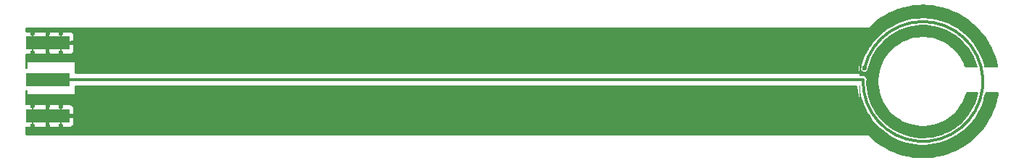
<source format=gbr>
%TF.GenerationSoftware,KiCad,Pcbnew,9.0.0*%
%TF.CreationDate,2025-05-06T23:20:36+02:00*%
%TF.ProjectId,H-Field 18mm,482d4669-656c-4642-9031-386d6d2e6b69,1.0*%
%TF.SameCoordinates,Original*%
%TF.FileFunction,Copper,L1,Top*%
%TF.FilePolarity,Positive*%
%FSLAX46Y46*%
G04 Gerber Fmt 4.6, Leading zero omitted, Abs format (unit mm)*
G04 Created by KiCad (PCBNEW 9.0.0) date 2025-05-06 23:20:36*
%MOMM*%
%LPD*%
G01*
G04 APERTURE LIST*
%TA.AperFunction,Conductor*%
%ADD10C,0.355542*%
%TD*%
%TA.AperFunction,SMDPad,CuDef*%
%ADD11R,5.080000X1.500000*%
%TD*%
%TA.AperFunction,ViaPad*%
%ADD12C,0.600000*%
%TD*%
%TA.AperFunction,Conductor*%
%ADD13C,0.200000*%
%TD*%
G04 APERTURE END LIST*
D10*
%TO.N,/H_SIGNAL*%
X148247422Y-115360598D02*
G75*
G02*
X148082930Y-116650000I6831478J-1526702D01*
G01*
%TD*%
D11*
%TO.P,J2,2,Ext*%
%TO.N,GND*%
X52800000Y-112400000D03*
X52800000Y-120900000D03*
%TO.P,J2,1,In*%
%TO.N,/H_SIGNAL*%
X52800000Y-116650000D03*
%TD*%
D12*
%TO.N,GND*%
X148247422Y-115360599D03*
X52800000Y-111250000D03*
X55800000Y-112400000D03*
X52800000Y-122100000D03*
X55800000Y-120900000D03*
X54350000Y-122075000D03*
X51050000Y-122075000D03*
X52800000Y-113600000D03*
X51050000Y-113575000D03*
X54350000Y-119775000D03*
X54350000Y-111275000D03*
X54350000Y-113575000D03*
X52800000Y-119750000D03*
X51050000Y-111225000D03*
X51050000Y-119725000D03*
X108000000Y-118000000D03*
X149870173Y-122701820D03*
X159244453Y-112350197D03*
X153918912Y-109167588D03*
X160241916Y-113528669D03*
X104000000Y-115400000D03*
X78000000Y-115400000D03*
X152376416Y-124210967D03*
X114000000Y-115400000D03*
X150812307Y-112445080D03*
X132000000Y-118000000D03*
X155009596Y-110728377D03*
X125000000Y-118000000D03*
X69000000Y-118000000D03*
X99000000Y-118000000D03*
X160681168Y-119446934D03*
X98000000Y-115400000D03*
X150913347Y-121424403D03*
X57000000Y-115400000D03*
X104000000Y-118000000D03*
X60000000Y-115400000D03*
X88000000Y-118000000D03*
X95000000Y-115400000D03*
X100000000Y-115400000D03*
X140000000Y-115400000D03*
X105000000Y-115400000D03*
X160622152Y-114202250D03*
X135000000Y-115400000D03*
X148936482Y-117343189D03*
X159814416Y-123093304D03*
X85000000Y-115400000D03*
X137000000Y-115400000D03*
X148391357Y-112860361D03*
X63000000Y-115400000D03*
X103000000Y-118000000D03*
X144000000Y-118000000D03*
X140000000Y-118000000D03*
X160287639Y-111072780D03*
X58000000Y-118000000D03*
X66000000Y-115400000D03*
X123000000Y-115400000D03*
X67000000Y-118000000D03*
X160975319Y-111771456D03*
X70000000Y-118000000D03*
X147000000Y-115400000D03*
X105000000Y-118000000D03*
X161570009Y-112550813D03*
X158642956Y-111863891D03*
X147000000Y-118000000D03*
X89000000Y-115400000D03*
X149841614Y-113645699D03*
X131000000Y-118000000D03*
X128000000Y-118000000D03*
X151514844Y-121910709D03*
X162062331Y-113398558D03*
X101000000Y-115400000D03*
X148095481Y-120376042D03*
X86000000Y-118000000D03*
X147713292Y-119473277D03*
X117000000Y-118000000D03*
X65000000Y-118000000D03*
X74000000Y-115400000D03*
X155262216Y-124691526D03*
X156543435Y-110904636D03*
X129000000Y-115400000D03*
X63000000Y-118000000D03*
X143000000Y-118000000D03*
X158677985Y-109960094D03*
X110000000Y-115400000D03*
X107000000Y-118000000D03*
X87000000Y-118000000D03*
X152172548Y-122317793D03*
X158106715Y-122251018D03*
X122000000Y-115400000D03*
X121000000Y-115400000D03*
X58000000Y-115400000D03*
X91000000Y-118000000D03*
X160957800Y-118724600D03*
X98000000Y-118000000D03*
X151158555Y-110136715D03*
X138000000Y-118000000D03*
X161209012Y-121720658D03*
X148587803Y-121223787D03*
X118000000Y-118000000D03*
X159868608Y-120759746D03*
X133000000Y-118000000D03*
X119000000Y-118000000D03*
X130000000Y-118000000D03*
X78000000Y-118000000D03*
X150377544Y-120866545D03*
X134000000Y-115400000D03*
X64000000Y-115400000D03*
X120000000Y-115400000D03*
X126000000Y-115400000D03*
X157410588Y-122588209D03*
X162557812Y-119124600D03*
X81000000Y-115400000D03*
X153480112Y-110939106D03*
X66000000Y-118000000D03*
X81000000Y-118000000D03*
X162218431Y-120044314D03*
X112000000Y-115400000D03*
X96000000Y-115400000D03*
X103000000Y-115400000D03*
X116000000Y-115400000D03*
X102000000Y-118000000D03*
X151402708Y-111945362D03*
X115000000Y-115400000D03*
X128000000Y-115400000D03*
X106000000Y-118000000D03*
X73000000Y-115400000D03*
X108000000Y-115400000D03*
X94000000Y-118000000D03*
X157985252Y-111456807D03*
X158999257Y-123637885D03*
X154282642Y-124652962D03*
X95000000Y-118000000D03*
X67000000Y-115400000D03*
X68000000Y-115400000D03*
X135000000Y-118000000D03*
X99000000Y-115400000D03*
X152051085Y-111523582D03*
X86000000Y-115400000D03*
X131000000Y-115400000D03*
X130000000Y-115400000D03*
X162444520Y-114301323D03*
X76000000Y-115400000D03*
X127000000Y-118000000D03*
X155875170Y-109121638D03*
X152876086Y-122639234D03*
X156842187Y-109282671D03*
X155148204Y-123046223D03*
X149476632Y-114327666D03*
X146000000Y-118000000D03*
X91000000Y-115400000D03*
X142000000Y-115400000D03*
X138000000Y-115400000D03*
X154375740Y-123006344D03*
X71000000Y-115400000D03*
X127000000Y-115400000D03*
X84000000Y-115400000D03*
X121000000Y-118000000D03*
X123000000Y-118000000D03*
X62000000Y-118000000D03*
X83000000Y-118000000D03*
X109000000Y-115400000D03*
X75000000Y-115400000D03*
X158755092Y-121829238D03*
X157281714Y-111135366D03*
X152960523Y-109373846D03*
X129000000Y-118000000D03*
X102000000Y-115400000D03*
X152747212Y-111186391D03*
X60000000Y-118000000D03*
X75000000Y-118000000D03*
X83000000Y-115400000D03*
X160914968Y-114918176D03*
X73000000Y-118000000D03*
X144000000Y-115400000D03*
X79000000Y-115400000D03*
X94000000Y-115400000D03*
X64000000Y-118000000D03*
X157781396Y-109563633D03*
X76000000Y-118000000D03*
X159345493Y-121329520D03*
X97000000Y-118000000D03*
X150343396Y-110681296D03*
X77000000Y-118000000D03*
X141000000Y-118000000D03*
X125000000Y-115400000D03*
X150639998Y-123308799D03*
X96000000Y-118000000D03*
X133000000Y-115400000D03*
X149042055Y-118109443D03*
X147600000Y-114650000D03*
X87000000Y-115400000D03*
X110000000Y-118000000D03*
X70000000Y-115400000D03*
X101000000Y-118000000D03*
X145000000Y-118000000D03*
X65000000Y-115400000D03*
X132000000Y-115400000D03*
X107000000Y-115400000D03*
X118000000Y-115400000D03*
X74000000Y-118000000D03*
X61000000Y-115400000D03*
X149535648Y-119572350D03*
X72000000Y-115400000D03*
X148948800Y-112053942D03*
X71000000Y-118000000D03*
X116000000Y-118000000D03*
X119000000Y-115400000D03*
X57000000Y-118000000D03*
X143000000Y-115400000D03*
X158122271Y-124076005D03*
X136000000Y-118000000D03*
X156677688Y-122835494D03*
X100000000Y-118000000D03*
X72000000Y-118000000D03*
X84000000Y-118000000D03*
X149242832Y-118856424D03*
X114000000Y-118000000D03*
X117000000Y-115400000D03*
X149016082Y-115801309D03*
X159517814Y-110465801D03*
X137000000Y-118000000D03*
X154895596Y-109083074D03*
X149915884Y-120245931D03*
X139000000Y-115400000D03*
X145000000Y-115400000D03*
X111000000Y-115400000D03*
X59000000Y-118000000D03*
X139000000Y-118000000D03*
X122000000Y-118000000D03*
X92000000Y-115400000D03*
X152035541Y-109698595D03*
X112000000Y-118000000D03*
X92000000Y-118000000D03*
X154238225Y-110785628D03*
X115000000Y-118000000D03*
X159780256Y-112908055D03*
X126000000Y-118000000D03*
X124000000Y-118000000D03*
X149182493Y-122003144D03*
X109000000Y-118000000D03*
X149602918Y-111323749D03*
X160554894Y-122450851D03*
X134000000Y-118000000D03*
X147939381Y-113730286D03*
X77000000Y-115400000D03*
X80000000Y-115400000D03*
X149200000Y-115050000D03*
X82000000Y-115400000D03*
X120000000Y-118000000D03*
X151479827Y-123814506D03*
X148927779Y-116569745D03*
X90000000Y-115400000D03*
X62000000Y-115400000D03*
X161766455Y-120914239D03*
X89000000Y-118000000D03*
X79000000Y-118000000D03*
X93000000Y-118000000D03*
X155782060Y-110768256D03*
X88000000Y-115400000D03*
X142000000Y-118000000D03*
X82000000Y-118000000D03*
X93000000Y-115400000D03*
X136000000Y-115400000D03*
X68000000Y-118000000D03*
X111000000Y-118000000D03*
X80000000Y-118000000D03*
X106000000Y-115400000D03*
X97000000Y-115400000D03*
X153315625Y-124491929D03*
X155919575Y-122988972D03*
X157197289Y-124400754D03*
X156238900Y-124607012D03*
X150289192Y-113014854D03*
X141000000Y-115400000D03*
X61000000Y-118000000D03*
X85000000Y-118000000D03*
X113000000Y-115400000D03*
X124000000Y-115400000D03*
X90000000Y-118000000D03*
X59000000Y-115400000D03*
X146000000Y-115400000D03*
X113000000Y-118000000D03*
X160316186Y-120128901D03*
X69000000Y-115400000D03*
X153614365Y-122869964D03*
%TD*%
D10*
%TO.N,/H_SIGNAL*%
X52800000Y-116650000D02*
X148100000Y-116650000D01*
D13*
%TO.N,GND*%
X51050000Y-112375000D02*
X51050000Y-111225000D01*
X51050000Y-120875000D02*
X51050000Y-119725000D01*
X52800000Y-112400000D02*
X55800000Y-112400000D01*
X52800000Y-120900000D02*
X55800000Y-120900000D01*
X51050000Y-112425000D02*
X51050000Y-113575000D01*
X52800000Y-112400000D02*
X52800000Y-111250000D01*
X54350000Y-112425000D02*
X54350000Y-111275000D01*
X54350000Y-120925000D02*
X54350000Y-122075000D01*
X54350000Y-112425000D02*
X54350000Y-113575000D01*
X52800000Y-120900000D02*
X52800000Y-119750000D01*
X51050000Y-120925000D02*
X51050000Y-122075000D01*
X52800000Y-120900000D02*
X52800000Y-122100000D01*
X54350000Y-120925000D02*
X54350000Y-119775000D01*
X52800000Y-112400000D02*
X52800000Y-113600000D01*
%TD*%
%TA.AperFunction,Conductor*%
%TO.N,GND*%
G36*
X147359516Y-117347956D02*
G01*
X147405271Y-117400760D01*
X147416388Y-117447583D01*
X147416591Y-117452967D01*
X147476840Y-118000688D01*
X147576186Y-118542664D01*
X147714119Y-119076123D01*
X147714128Y-119076152D01*
X147725373Y-119109552D01*
X147782697Y-123174100D01*
X50324500Y-123174100D01*
X50257461Y-123154415D01*
X50211706Y-123101611D01*
X50200500Y-123050100D01*
X50200500Y-122274000D01*
X50220185Y-122206961D01*
X50272989Y-122161206D01*
X50324500Y-122150000D01*
X52550000Y-122150000D01*
X53050000Y-122150000D01*
X55387828Y-122150000D01*
X55387844Y-122149999D01*
X55447372Y-122143598D01*
X55447379Y-122143596D01*
X55582086Y-122093354D01*
X55582093Y-122093350D01*
X55697187Y-122007190D01*
X55697190Y-122007187D01*
X55783350Y-121892093D01*
X55783354Y-121892086D01*
X55833596Y-121757379D01*
X55833598Y-121757372D01*
X55839999Y-121697844D01*
X55840000Y-121697827D01*
X55840000Y-121150000D01*
X53050000Y-121150000D01*
X53050000Y-122150000D01*
X52550000Y-122150000D01*
X52550000Y-120650000D01*
X53050000Y-120650000D01*
X55840000Y-120650000D01*
X55840000Y-120102172D01*
X55839999Y-120102155D01*
X55833598Y-120042627D01*
X55833596Y-120042620D01*
X55783354Y-119907913D01*
X55783350Y-119907906D01*
X55697190Y-119792812D01*
X55697187Y-119792809D01*
X55582093Y-119706649D01*
X55582086Y-119706645D01*
X55447379Y-119656403D01*
X55447372Y-119656401D01*
X55387844Y-119650000D01*
X53050000Y-119650000D01*
X53050000Y-120650000D01*
X52550000Y-120650000D01*
X52550000Y-119650000D01*
X50324500Y-119650000D01*
X50257461Y-119630315D01*
X50211706Y-119577511D01*
X50200500Y-119526000D01*
X50200500Y-118024499D01*
X50203050Y-118015813D01*
X50201762Y-118006852D01*
X50212740Y-117982811D01*
X50220185Y-117957460D01*
X50227025Y-117951532D01*
X50230787Y-117943296D01*
X50253021Y-117929006D01*
X50272989Y-117911705D01*
X50283503Y-117909417D01*
X50289565Y-117905522D01*
X50324495Y-117900499D01*
X50376001Y-117900499D01*
X50443039Y-117920184D01*
X50488794Y-117972988D01*
X50500000Y-118024499D01*
X50500000Y-118400000D01*
X56000000Y-118400000D01*
X56000000Y-117452271D01*
X56019685Y-117385232D01*
X56072489Y-117339477D01*
X56124000Y-117328271D01*
X147292477Y-117328271D01*
X147359516Y-117347956D01*
G37*
%TD.AperFunction*%
%TA.AperFunction,Conductor*%
G36*
X147665678Y-114876945D02*
G01*
X147645610Y-114943807D01*
X147594982Y-115170179D01*
X147594969Y-115170200D01*
X147568811Y-115287245D01*
X147568811Y-115287247D01*
X147568811Y-115287249D01*
X147568811Y-115287250D01*
X147569504Y-115440094D01*
X147604190Y-115588952D01*
X147659485Y-115702454D01*
X147671130Y-115726357D01*
X147671134Y-115726363D01*
X147677774Y-115734613D01*
X147680755Y-115945934D01*
X147672859Y-115954406D01*
X147609645Y-115971729D01*
X56124000Y-115971729D01*
X56056961Y-115952044D01*
X56011206Y-115899240D01*
X56000000Y-115847729D01*
X56000000Y-114650000D01*
X50500000Y-114650000D01*
X50500000Y-115275500D01*
X50497449Y-115284185D01*
X50498738Y-115293147D01*
X50487759Y-115317187D01*
X50480315Y-115342539D01*
X50473474Y-115348466D01*
X50469713Y-115356703D01*
X50447478Y-115370992D01*
X50427511Y-115388294D01*
X50416996Y-115390581D01*
X50410935Y-115394477D01*
X50376000Y-115399500D01*
X50324500Y-115399500D01*
X50257461Y-115379815D01*
X50211706Y-115327011D01*
X50200500Y-115275500D01*
X50200500Y-113774000D01*
X50220185Y-113706961D01*
X50272989Y-113661206D01*
X50324500Y-113650000D01*
X52550000Y-113650000D01*
X53050000Y-113650000D01*
X55387828Y-113650000D01*
X55387844Y-113649999D01*
X55447372Y-113643598D01*
X55447379Y-113643596D01*
X55582086Y-113593354D01*
X55582093Y-113593350D01*
X55697187Y-113507190D01*
X55697190Y-113507187D01*
X55783350Y-113392093D01*
X55783354Y-113392086D01*
X55833596Y-113257379D01*
X55833598Y-113257372D01*
X55839999Y-113197844D01*
X55840000Y-113197827D01*
X55840000Y-112650000D01*
X53050000Y-112650000D01*
X53050000Y-113650000D01*
X52550000Y-113650000D01*
X52550000Y-112150000D01*
X53050000Y-112150000D01*
X55840000Y-112150000D01*
X55840000Y-111602172D01*
X55839999Y-111602155D01*
X55833598Y-111542627D01*
X55833596Y-111542620D01*
X55783354Y-111407913D01*
X55783350Y-111407906D01*
X55697190Y-111292812D01*
X55697187Y-111292809D01*
X55582093Y-111206649D01*
X55582086Y-111206645D01*
X55447379Y-111156403D01*
X55447372Y-111156401D01*
X55387844Y-111150000D01*
X53050000Y-111150000D01*
X53050000Y-112150000D01*
X52550000Y-112150000D01*
X52550000Y-111150000D01*
X50324500Y-111150000D01*
X50257461Y-111130315D01*
X50211706Y-111077511D01*
X50200500Y-111026000D01*
X50200500Y-110724500D01*
X50220185Y-110657461D01*
X50272989Y-110611706D01*
X50324500Y-110600500D01*
X147605366Y-110600500D01*
X147665678Y-114876945D01*
G37*
%TD.AperFunction*%
%TD*%
%TA.AperFunction,Conductor*%
%TO.N,GND*%
G36*
X147705231Y-117147476D02*
G01*
X147716562Y-117440300D01*
X147716563Y-117440318D01*
X147776056Y-117972797D01*
X147874005Y-118499542D01*
X148009906Y-119017828D01*
X148155155Y-119443236D01*
X148183027Y-119524867D01*
X148286282Y-119767996D01*
X148346988Y-119910940D01*
X148392467Y-120018026D01*
X148637121Y-120494697D01*
X148912454Y-120947037D01*
X148915706Y-120952379D01*
X148915707Y-120952381D01*
X149226726Y-121388620D01*
X149226737Y-121388635D01*
X149568597Y-121801197D01*
X149939465Y-122187869D01*
X149939476Y-122187880D01*
X150123087Y-122353414D01*
X150337415Y-122546641D01*
X150760328Y-122875602D01*
X151205985Y-123173027D01*
X151672039Y-123437347D01*
X151820951Y-123508058D01*
X152156034Y-123667173D01*
X152655416Y-123861291D01*
X152655420Y-123861292D01*
X152655422Y-123861293D01*
X153167574Y-124018685D01*
X153689791Y-124138521D01*
X154219324Y-124220168D01*
X154219338Y-124220169D01*
X154219345Y-124220170D01*
X154753370Y-124263197D01*
X154753372Y-124263197D01*
X154753384Y-124263198D01*
X155141358Y-124266227D01*
X155289150Y-124267382D01*
X155289158Y-124267382D01*
X155289162Y-124267382D01*
X155455843Y-124256570D01*
X155823825Y-124232701D01*
X156354568Y-124159335D01*
X156878594Y-124047672D01*
X157393141Y-123898299D01*
X157393152Y-123898294D01*
X157393155Y-123898294D01*
X157520847Y-123850940D01*
X157895501Y-123712004D01*
X158383027Y-123489767D01*
X158853153Y-123232758D01*
X158859440Y-123228703D01*
X158964237Y-123161105D01*
X159303402Y-122942332D01*
X159731402Y-122620017D01*
X160134901Y-122267512D01*
X160511773Y-121886672D01*
X160860033Y-121479503D01*
X161177847Y-121048150D01*
X161463541Y-120594884D01*
X161715612Y-120122093D01*
X161932730Y-119632265D01*
X162058296Y-119282473D01*
X162113754Y-119127983D01*
X162183119Y-118879341D01*
X162257729Y-118611898D01*
X162331007Y-118249428D01*
X162363585Y-118187619D01*
X162424409Y-118153235D01*
X162452548Y-118150000D01*
X163814814Y-118150000D01*
X163881853Y-118169685D01*
X163927608Y-118222489D01*
X163937552Y-118291647D01*
X163937158Y-118294199D01*
X163881053Y-118634017D01*
X163879470Y-118641976D01*
X163747965Y-119205969D01*
X163745865Y-119213806D01*
X163577753Y-119767996D01*
X163575144Y-119775680D01*
X163371155Y-120317667D01*
X163368050Y-120325164D01*
X163129040Y-120852671D01*
X163125451Y-120859948D01*
X162852459Y-121370679D01*
X162848402Y-121377706D01*
X162542589Y-121869493D01*
X162538081Y-121876240D01*
X162200757Y-122346976D01*
X162195817Y-122353414D01*
X161828425Y-122801083D01*
X161823075Y-122807183D01*
X161427198Y-123229858D01*
X161421460Y-123235596D01*
X160998786Y-123631472D01*
X160992686Y-123636822D01*
X160545017Y-124004216D01*
X160538579Y-124009156D01*
X160067850Y-124346475D01*
X160061103Y-124350983D01*
X159569303Y-124656804D01*
X159562276Y-124660861D01*
X159051551Y-124933850D01*
X159044274Y-124937439D01*
X158516766Y-125176449D01*
X158509269Y-125179554D01*
X157967283Y-125383543D01*
X157959599Y-125386152D01*
X157405410Y-125554264D01*
X157397572Y-125556364D01*
X156833578Y-125687869D01*
X156825620Y-125689452D01*
X156254237Y-125783788D01*
X156246192Y-125784847D01*
X155669870Y-125841610D01*
X155661773Y-125842141D01*
X155082960Y-125861090D01*
X155074846Y-125861090D01*
X154496033Y-125842141D01*
X154487936Y-125841610D01*
X153911613Y-125784848D01*
X153903568Y-125783789D01*
X153332182Y-125689453D01*
X153324224Y-125687870D01*
X152760237Y-125556367D01*
X152752399Y-125554267D01*
X152198206Y-125386154D01*
X152190522Y-125383545D01*
X151648535Y-125179556D01*
X151641039Y-125176451D01*
X151113532Y-124937442D01*
X151106254Y-124933853D01*
X151106248Y-124933850D01*
X150925246Y-124837102D01*
X150595522Y-124660860D01*
X150588495Y-124656803D01*
X150096708Y-124350991D01*
X150089961Y-124346483D01*
X149619225Y-124009159D01*
X149612787Y-124004219D01*
X149165118Y-123636827D01*
X149159018Y-123631477D01*
X148734864Y-123234213D01*
X148731948Y-123231391D01*
X148705181Y-123204624D01*
X148631490Y-123174100D01*
X148631489Y-123174100D01*
X147782697Y-123174100D01*
X147697226Y-117113828D01*
X147705231Y-117147476D01*
G37*
%TD.AperFunction*%
%TA.AperFunction,Conductor*%
G36*
X155661781Y-107932458D02*
G01*
X155669859Y-107932988D01*
X156246215Y-107989754D01*
X156254213Y-107990807D01*
X156825628Y-108085148D01*
X156833571Y-108086728D01*
X157397586Y-108218238D01*
X157405394Y-108220331D01*
X157874831Y-108362733D01*
X157959598Y-108388447D01*
X157967282Y-108391056D01*
X158509268Y-108595045D01*
X158516765Y-108598150D01*
X159044291Y-108837168D01*
X159051533Y-108840740D01*
X159505463Y-109083371D01*
X159562282Y-109113742D01*
X159569309Y-109117799D01*
X160061096Y-109423612D01*
X160067843Y-109428120D01*
X160538578Y-109765444D01*
X160545016Y-109770384D01*
X160992686Y-110137776D01*
X160998783Y-110143123D01*
X161421473Y-110539016D01*
X161427185Y-110544728D01*
X161776587Y-110917781D01*
X161823074Y-110967415D01*
X161828424Y-110973515D01*
X162182615Y-111405099D01*
X162195817Y-111421185D01*
X162200753Y-111427618D01*
X162471351Y-111805236D01*
X162538082Y-111898358D01*
X162542590Y-111905105D01*
X162848402Y-112396892D01*
X162852459Y-112403919D01*
X163125451Y-112914651D01*
X163129040Y-112921928D01*
X163368050Y-113449436D01*
X163371155Y-113456933D01*
X163575144Y-113998919D01*
X163577753Y-114006603D01*
X163745865Y-114560792D01*
X163747965Y-114568629D01*
X163867698Y-115082135D01*
X163871361Y-115097842D01*
X163867414Y-115167600D01*
X163826379Y-115224151D01*
X163761285Y-115249539D01*
X163750600Y-115250000D01*
X162371438Y-115250000D01*
X162304399Y-115230315D01*
X162258644Y-115177511D01*
X162250877Y-115154999D01*
X162201625Y-114950236D01*
X162189875Y-114901385D01*
X162056704Y-114483682D01*
X162027129Y-114390916D01*
X162027123Y-114390900D01*
X161906674Y-114090394D01*
X161827788Y-113893583D01*
X161592905Y-113412021D01*
X161323717Y-112948762D01*
X161021642Y-112506244D01*
X160688269Y-112086799D01*
X160325355Y-111692636D01*
X160325348Y-111692629D01*
X160325344Y-111692625D01*
X159934819Y-111325837D01*
X159934815Y-111325834D01*
X159934811Y-111325830D01*
X159518694Y-110988312D01*
X159518691Y-110988310D01*
X159518685Y-110988305D01*
X159079197Y-110681863D01*
X158942319Y-110600500D01*
X158618629Y-110408091D01*
X158139421Y-110168443D01*
X157746900Y-110006574D01*
X157644098Y-109964180D01*
X157644085Y-109964175D01*
X157238923Y-109830562D01*
X157135260Y-109796376D01*
X157135256Y-109796375D01*
X157135253Y-109796374D01*
X156615593Y-109665915D01*
X156615587Y-109665914D01*
X156087844Y-109573487D01*
X156087843Y-109573486D01*
X156087838Y-109573486D01*
X155640386Y-109528234D01*
X155554767Y-109519575D01*
X155499971Y-109518029D01*
X155019189Y-109504464D01*
X155019185Y-109504464D01*
X155019180Y-109504464D01*
X154483932Y-109528234D01*
X153951791Y-109590762D01*
X153425606Y-109691715D01*
X153425601Y-109691716D01*
X152908121Y-109830562D01*
X152402064Y-110006574D01*
X151910107Y-110218823D01*
X151434836Y-110466191D01*
X151434826Y-110466197D01*
X150978769Y-110747368D01*
X150978749Y-110747381D01*
X150544297Y-111060877D01*
X150544267Y-111060900D01*
X150133670Y-111405098D01*
X150133666Y-111405102D01*
X149749116Y-111778167D01*
X149749096Y-111778189D01*
X149392621Y-112178152D01*
X149066075Y-112602936D01*
X149066073Y-112602939D01*
X148994002Y-112712275D01*
X148771196Y-113050284D01*
X148731639Y-113120968D01*
X148509526Y-113517855D01*
X148282482Y-114003112D01*
X148282475Y-114003129D01*
X148091204Y-114503619D01*
X147936733Y-115016664D01*
X147887760Y-115235612D01*
X147887746Y-115235635D01*
X147878257Y-115278097D01*
X147868446Y-115322000D01*
X147866395Y-115331176D01*
X147866394Y-115331179D01*
X147873539Y-115439710D01*
X147873540Y-115439715D01*
X147910974Y-115541842D01*
X147910975Y-115541844D01*
X147975663Y-115629288D01*
X147975664Y-115629289D01*
X147975666Y-115629291D01*
X148062373Y-115694969D01*
X148164073Y-115733559D01*
X148264148Y-115741287D01*
X148272523Y-115741934D01*
X148272523Y-115741933D01*
X148272524Y-115741934D01*
X148378942Y-115719415D01*
X148474705Y-115667827D01*
X148552055Y-115591349D01*
X148604725Y-115496177D01*
X148616071Y-115445405D01*
X148617190Y-115440816D01*
X148745956Y-114953751D01*
X148748747Y-114944633D01*
X148913892Y-114471213D01*
X148917388Y-114462315D01*
X149118537Y-114003054D01*
X149122698Y-113994473D01*
X149358660Y-113552087D01*
X149363469Y-113543852D01*
X149632848Y-113120961D01*
X149638292Y-113113103D01*
X149640560Y-113110085D01*
X149939461Y-112712261D01*
X149945476Y-112704867D01*
X150276661Y-112328431D01*
X150283251Y-112321500D01*
X150336135Y-112270006D01*
X150642467Y-111971727D01*
X150649555Y-111965339D01*
X151034680Y-111644298D01*
X151042255Y-111638464D01*
X151450975Y-111348080D01*
X151458955Y-111342862D01*
X151888865Y-111084847D01*
X151897252Y-111080245D01*
X152081265Y-110988305D01*
X152345749Y-110856158D01*
X152354448Y-110852223D01*
X152818912Y-110663374D01*
X152827889Y-110660122D01*
X153305533Y-110507647D01*
X153314709Y-110505104D01*
X153802717Y-110389903D01*
X153812058Y-110388076D01*
X154307468Y-110310851D01*
X154316942Y-110309746D01*
X154816834Y-110270948D01*
X154826360Y-110270577D01*
X155327745Y-110270438D01*
X155337289Y-110270803D01*
X155837206Y-110309324D01*
X155846680Y-110310424D01*
X156270619Y-110376267D01*
X156342111Y-110387371D01*
X156351502Y-110389203D01*
X156839525Y-110504121D01*
X156848746Y-110506672D01*
X157047431Y-110569975D01*
X157326444Y-110658871D01*
X157335433Y-110662122D01*
X157545425Y-110747368D01*
X157799983Y-110850705D01*
X157808703Y-110854643D01*
X158222090Y-111060900D01*
X158257331Y-111078483D01*
X158265721Y-111083082D01*
X158670702Y-111325830D01*
X158695744Y-111340840D01*
X158703755Y-111346072D01*
X158814024Y-111424323D01*
X159112632Y-111636225D01*
X159120211Y-111642056D01*
X159316184Y-111805235D01*
X159505503Y-111962874D01*
X159512614Y-111969276D01*
X159872008Y-112318833D01*
X159878604Y-112325763D01*
X160122735Y-112602939D01*
X160209984Y-112701997D01*
X160216026Y-112709414D01*
X160252223Y-112757536D01*
X160517413Y-113110085D01*
X160522865Y-113117947D01*
X160792460Y-113540658D01*
X160797290Y-113548918D01*
X161033485Y-113991151D01*
X161037664Y-113999758D01*
X161239067Y-114458903D01*
X161242569Y-114467807D01*
X161407963Y-114941089D01*
X161410769Y-114950236D01*
X161448925Y-115094240D01*
X161447067Y-115164085D01*
X161407744Y-115221838D01*
X161343439Y-115249164D01*
X161329061Y-115250000D01*
X160104060Y-115250000D01*
X160037021Y-115230315D01*
X159991266Y-115177511D01*
X159987538Y-115168411D01*
X159975950Y-115136575D01*
X159888118Y-114895259D01*
X159732154Y-114560792D01*
X159696204Y-114483697D01*
X159696196Y-114483682D01*
X159642628Y-114390900D01*
X159469141Y-114090412D01*
X159469133Y-114090401D01*
X159469129Y-114090394D01*
X159208669Y-113718418D01*
X158986064Y-113453129D01*
X158916769Y-113370546D01*
X158595660Y-113049437D01*
X158439301Y-112918236D01*
X158247787Y-112757536D01*
X157875811Y-112497076D01*
X157875800Y-112497069D01*
X157875794Y-112497065D01*
X157702290Y-112396892D01*
X157482523Y-112270009D01*
X157482508Y-112270001D01*
X157070956Y-112078092D01*
X157070954Y-112078091D01*
X157070947Y-112078088D01*
X156644216Y-111922770D01*
X156644215Y-111922769D01*
X156644205Y-111922766D01*
X156205579Y-111805238D01*
X156205582Y-111805238D01*
X156205572Y-111805236D01*
X156052057Y-111778167D01*
X155758356Y-111726379D01*
X155305968Y-111686800D01*
X155305965Y-111686800D01*
X154851847Y-111686800D01*
X154851843Y-111686800D01*
X154399455Y-111726379D01*
X153952245Y-111805235D01*
X153952242Y-111805235D01*
X153952240Y-111805236D01*
X153952235Y-111805237D01*
X153952232Y-111805238D01*
X153513606Y-111922766D01*
X153300230Y-112000429D01*
X153086865Y-112078088D01*
X153086861Y-112078089D01*
X153086855Y-112078092D01*
X152675303Y-112270001D01*
X152675288Y-112270009D01*
X152282026Y-112497060D01*
X152282000Y-112497076D01*
X151910024Y-112757536D01*
X151562149Y-113049439D01*
X151241045Y-113370543D01*
X150949142Y-113718418D01*
X150688682Y-114090394D01*
X150688666Y-114090420D01*
X150461615Y-114483682D01*
X150461607Y-114483697D01*
X150269698Y-114895249D01*
X150269695Y-114895255D01*
X150269694Y-114895259D01*
X150253013Y-114941089D01*
X150114372Y-115322000D01*
X149996844Y-115760626D01*
X149996841Y-115760639D01*
X149917985Y-116207849D01*
X149878406Y-116660237D01*
X149878406Y-117114362D01*
X149917985Y-117566750D01*
X149996841Y-118013960D01*
X149996844Y-118013973D01*
X150114372Y-118452599D01*
X150114375Y-118452609D01*
X150114376Y-118452610D01*
X150269694Y-118879341D01*
X150269697Y-118879348D01*
X150269698Y-118879350D01*
X150461607Y-119290902D01*
X150461615Y-119290917D01*
X150596682Y-119524859D01*
X150688671Y-119684188D01*
X150688675Y-119684194D01*
X150688682Y-119684205D01*
X150949142Y-120056181D01*
X151160129Y-120307625D01*
X151241043Y-120404054D01*
X151562152Y-120725163D01*
X151623630Y-120776749D01*
X151910024Y-121017063D01*
X152282000Y-121277523D01*
X152282007Y-121277527D01*
X152282018Y-121277535D01*
X152631826Y-121479497D01*
X152675288Y-121504590D01*
X152675303Y-121504598D01*
X152782111Y-121554403D01*
X153086865Y-121696512D01*
X153513596Y-121851830D01*
X153513602Y-121851831D01*
X153513606Y-121851833D01*
X153633057Y-121883839D01*
X153952240Y-121969364D01*
X154399458Y-122048221D01*
X154851845Y-122087799D01*
X154851846Y-122087800D01*
X154851847Y-122087800D01*
X155305966Y-122087800D01*
X155305966Y-122087799D01*
X155758354Y-122048221D01*
X156205572Y-121969364D01*
X156644216Y-121851830D01*
X157070947Y-121696512D01*
X157482517Y-121504594D01*
X157875794Y-121277535D01*
X158247786Y-121017064D01*
X158595660Y-120725163D01*
X158916769Y-120404054D01*
X159208670Y-120056180D01*
X159469141Y-119684188D01*
X159696200Y-119290911D01*
X159888118Y-118879341D01*
X160043436Y-118452610D01*
X160087679Y-118287493D01*
X160099894Y-118241907D01*
X160136259Y-118182246D01*
X160199106Y-118151717D01*
X160219669Y-118150000D01*
X161422294Y-118150000D01*
X161442953Y-118156066D01*
X161464448Y-118157385D01*
X161475814Y-118165715D01*
X161489333Y-118169685D01*
X161503431Y-118185955D01*
X161520803Y-118198687D01*
X161525861Y-118211841D01*
X161535088Y-118222489D01*
X161538152Y-118243801D01*
X161545882Y-118263901D01*
X161544434Y-118287493D01*
X161545032Y-118291647D01*
X161543721Y-118299129D01*
X161507595Y-118473696D01*
X161505296Y-118482984D01*
X161366140Y-118964649D01*
X161363132Y-118973731D01*
X161187252Y-119443236D01*
X161183552Y-119452060D01*
X160971997Y-119906601D01*
X160967628Y-119915113D01*
X160721658Y-120351987D01*
X160716646Y-120360137D01*
X160437721Y-120776749D01*
X160432095Y-120784489D01*
X160121872Y-121178362D01*
X160115666Y-121185644D01*
X159776017Y-121554403D01*
X159769269Y-121561185D01*
X159402167Y-121902689D01*
X159394915Y-121908931D01*
X159002602Y-122221092D01*
X158994891Y-122226756D01*
X158579670Y-122507743D01*
X158571545Y-122512796D01*
X158135885Y-122760937D01*
X158127394Y-122765348D01*
X157673920Y-122979150D01*
X157665115Y-122982893D01*
X157196479Y-123161105D01*
X157187411Y-123164159D01*
X156706448Y-123305700D01*
X156697172Y-123308045D01*
X156206724Y-123412083D01*
X156197295Y-123413706D01*
X155700281Y-123479618D01*
X155690755Y-123480509D01*
X155190144Y-123507904D01*
X155180577Y-123508058D01*
X154679329Y-123496772D01*
X154669779Y-123496187D01*
X154170913Y-123446289D01*
X154161436Y-123444970D01*
X153667906Y-123356756D01*
X153658559Y-123354711D01*
X153173282Y-123228703D01*
X153164121Y-123225943D01*
X152690001Y-123062893D01*
X152681080Y-123059434D01*
X152220960Y-122860319D01*
X152212332Y-122856183D01*
X151768934Y-122622184D01*
X151760651Y-122617396D01*
X151336593Y-122349893D01*
X151328704Y-122344479D01*
X151225332Y-122267522D01*
X150983923Y-122087800D01*
X150926564Y-122045098D01*
X150919115Y-122039093D01*
X150541231Y-121709576D01*
X150534268Y-121703014D01*
X150388283Y-121554403D01*
X150182932Y-121345357D01*
X150176495Y-121338278D01*
X149853776Y-120954591D01*
X149847904Y-120947037D01*
X149555707Y-120539579D01*
X149550457Y-120531626D01*
X149290557Y-120102868D01*
X149285922Y-120094510D01*
X149266560Y-120056181D01*
X149059854Y-119646987D01*
X149055883Y-119638310D01*
X148864994Y-119174692D01*
X148861699Y-119165721D01*
X148849468Y-119127982D01*
X148707125Y-118688763D01*
X148704531Y-118679561D01*
X148688244Y-118611900D01*
X148587194Y-118192113D01*
X148585322Y-118182769D01*
X148505912Y-117687695D01*
X148504767Y-117678232D01*
X148463767Y-117178514D01*
X148463354Y-117168983D01*
X148461528Y-116779185D01*
X148465753Y-116746516D01*
X148478270Y-116699802D01*
X148478271Y-116699799D01*
X148478271Y-116600202D01*
X148478271Y-116600200D01*
X148452492Y-116503993D01*
X148402692Y-116417736D01*
X148332264Y-116347308D01*
X148246007Y-116297508D01*
X148246008Y-116297508D01*
X148221955Y-116291063D01*
X148149800Y-116271729D01*
X148149797Y-116271729D01*
X148116438Y-116271729D01*
X148095885Y-116268059D01*
X148062314Y-116271729D01*
X147685350Y-116271729D01*
X147605367Y-110600500D01*
X148631486Y-110600500D01*
X148631488Y-110600500D01*
X148705180Y-110569976D01*
X148731977Y-110543178D01*
X148734832Y-110540415D01*
X149159032Y-110143109D01*
X149165114Y-110137776D01*
X149612792Y-109770376D01*
X149619225Y-109765441D01*
X150089967Y-109428112D01*
X150096708Y-109423609D01*
X150588505Y-109117789D01*
X150595517Y-109113742D01*
X151106283Y-108840732D01*
X151113501Y-108837172D01*
X151641045Y-108598145D01*
X151648530Y-108595045D01*
X152190537Y-108391048D01*
X152198190Y-108388449D01*
X152752423Y-108220325D01*
X152760212Y-108218238D01*
X153324250Y-108086723D01*
X153332153Y-108085151D01*
X153903598Y-107990805D01*
X153911581Y-107989754D01*
X154487947Y-107932988D01*
X154496021Y-107932458D01*
X155074871Y-107913509D01*
X155082935Y-107913509D01*
X155661781Y-107932458D01*
G37*
%TD.AperFunction*%
%TD*%
M02*

</source>
